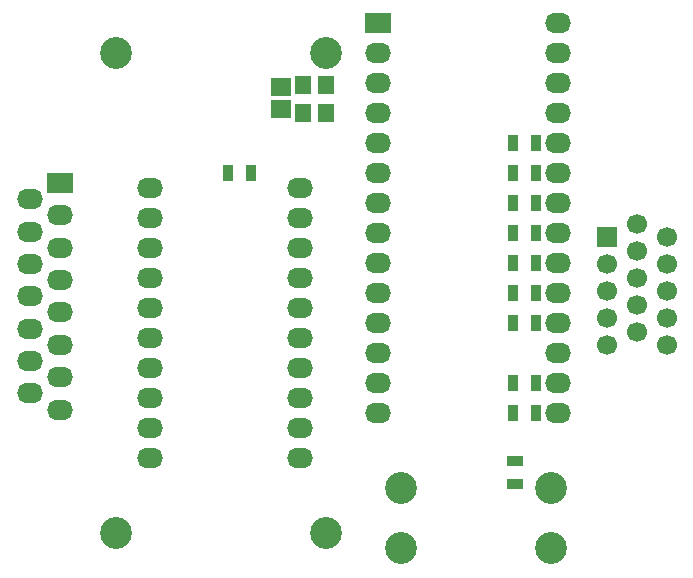
<source format=gbr>
G04 --- HEADER BEGIN --- *
%TF.GenerationSoftware,LibrePCB,LibrePCB,0.1.4*%
%TF.CreationDate,2020-06-05T20:12:50*%
%TF.ProjectId,Apple 2c VGA - default,6ee0dbe1-6aad-4263-9a0f-7c091fb3c0df,v1.4*%
%TF.Part,Single*%
%FSLAX66Y66*%
%MOMM*%
G01*
G74*
G04 --- HEADER END --- *
G04 --- APERTURE LIST BEGIN --- *
%ADD10R,1.4X1.6*%
%ADD11O,2.2X1.7*%
%ADD12R,2.2X1.7*%
%ADD13C,2.7*%
%ADD14R,0.95X1.45*%
%ADD15C,1.7*%
%ADD16R,1.7X1.7*%
%ADD17R,1.45X0.95*%
%ADD18R,1.7X1.5*%
G04 --- APERTURE LIST END --- *
G04 --- BOARD BEGIN --- *
D10*
X35555000Y43040000D03*
X35555000Y40640000D03*
X33655000Y40640000D03*
X33655000Y43040000D03*
D11*
X55245000Y35560000D03*
X40005000Y43180000D03*
D12*
X40005000Y48260000D03*
D11*
X40005000Y27940000D03*
X40005000Y30480000D03*
X55245000Y22860000D03*
X55245000Y30480000D03*
X40005000Y40640000D03*
X55245000Y38100000D03*
X40005000Y20320000D03*
X55245000Y20320000D03*
X40005000Y38100000D03*
X40005000Y25400000D03*
X40005000Y22860000D03*
X55245000Y40640000D03*
X40005000Y33020000D03*
X55245000Y43180000D03*
X55245000Y15240000D03*
X55245000Y33020000D03*
X40005000Y45720000D03*
X40005000Y17780000D03*
X55245000Y48260000D03*
X55245000Y27940000D03*
X55245000Y25400000D03*
X55245000Y45720000D03*
X40005000Y35560000D03*
X40005000Y15240000D03*
X55245000Y17780000D03*
D13*
X17780000Y45720000D03*
X35560000Y45720000D03*
X35560000Y5080000D03*
X17780000Y5080000D03*
D14*
X53362500Y27940000D03*
X51412500Y27940000D03*
X29232500Y35560000D03*
X27282500Y35560000D03*
D11*
X20637500Y11430000D03*
X33337500Y19050000D03*
X20637500Y34290000D03*
X33337500Y31750000D03*
X33337500Y24130000D03*
X20637500Y31750000D03*
X20637500Y24130000D03*
X33337500Y34290000D03*
X33337500Y29210000D03*
X20637500Y29210000D03*
X33337500Y26670000D03*
X33337500Y13970000D03*
X20637500Y16510000D03*
X33337500Y11430000D03*
X20637500Y21590000D03*
X20637500Y19050000D03*
X20637500Y26670000D03*
X20637500Y13970000D03*
X33337500Y21590000D03*
X33337500Y16510000D03*
D14*
X53362500Y25400000D03*
X51412500Y25400000D03*
X53362500Y30480000D03*
X51412500Y30480000D03*
D15*
X64452500Y30145000D03*
X64452500Y27855000D03*
X64452500Y20985000D03*
X61912500Y26710000D03*
X64452500Y23275000D03*
D16*
X59372500Y30145000D03*
D15*
X59372500Y23275000D03*
X59372500Y25565000D03*
X59372500Y20985000D03*
X61912500Y22130000D03*
X61912500Y24420000D03*
X61912500Y29000000D03*
X61912500Y31290000D03*
X59372500Y27855000D03*
X64452500Y25565000D03*
D14*
X53362500Y35560000D03*
X51412500Y35560000D03*
X53362500Y17780000D03*
X51412500Y17780000D03*
D12*
X13017500Y34737500D03*
D11*
X13017500Y18297500D03*
X10477500Y16927500D03*
X13017500Y23777500D03*
X10477500Y22407500D03*
X13017500Y26517500D03*
X13017500Y15557500D03*
X10477500Y33367500D03*
X10477500Y27887500D03*
X13017500Y31997500D03*
X10477500Y19667500D03*
X10477500Y25147500D03*
X13017500Y21037500D03*
X13017500Y29257500D03*
X10477500Y30627500D03*
D17*
X51555177Y9245547D03*
X51555177Y11195547D03*
D13*
X41910000Y8890000D03*
X54610000Y3810000D03*
X41910000Y3810000D03*
X54610000Y8890000D03*
D14*
X53362500Y22860000D03*
X51412500Y22860000D03*
X53362500Y15240000D03*
X51412500Y15240000D03*
D18*
X31750000Y40960000D03*
X31750000Y42860000D03*
D14*
X53362500Y38100000D03*
X51412500Y38100000D03*
X53362500Y33020000D03*
X51412500Y33020000D03*
G04 --- BOARD END --- *
%TF.MD5,e9e0d513d9097243b1519de70b40c9e3*%
M02*

</source>
